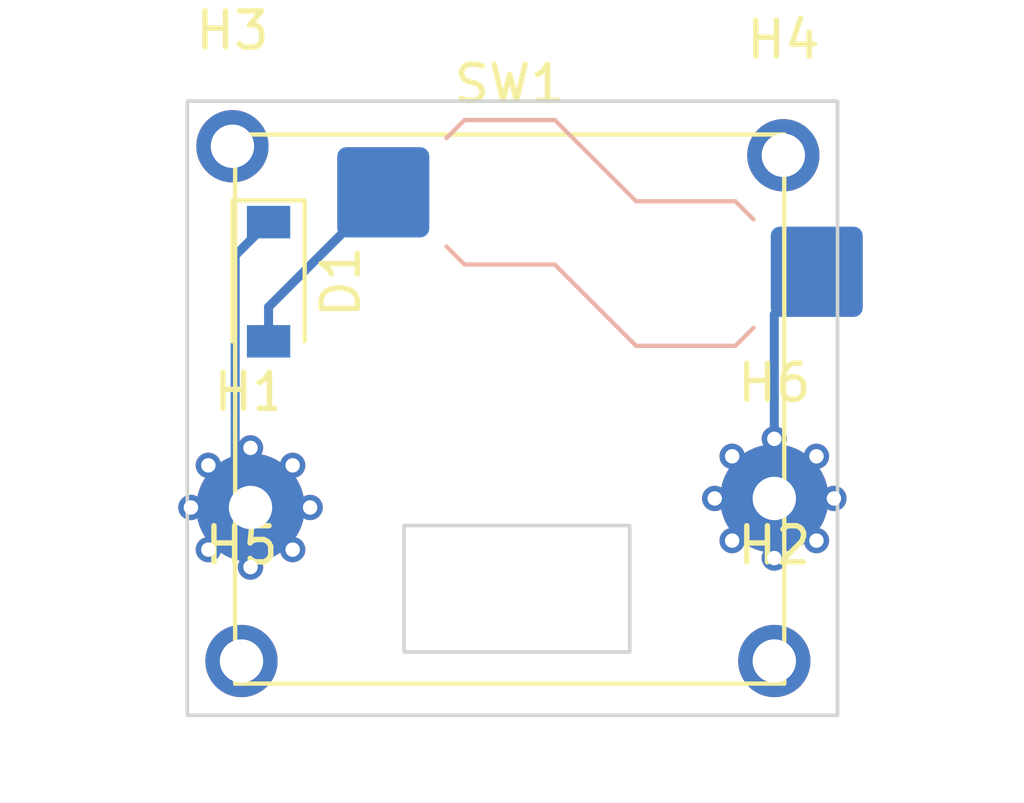
<source format=kicad_pcb>
(kicad_pcb (version 20211014) (generator pcbnew)
  (layers (0 "F.Cu" signal) (31 "B.Cu" signal) (34 "B.Paste" user) (35 "F.Paste" user) (36 "B.SilkS" user "B.Silkscreen") (37 "F.SilkS" user "F.Silkscreen") (38 "B.Mask" user) (39 "F.Mask" user) (44 "Edge.Cuts" user))
  (net 0 "")
  (net 1 "Net-(D1-Pad2)")
  (net 2 "Net-(SW1-Pad1)")
  (net 3 "Net-(SW1-Pad2)")
  (footprint "MountingHole:MountingHole_2mm" (layer "F.Cu") (at 137.75 98.25)
    (fp_text reference "H5" (at 0 -3.2) (layer "F.SilkS"))
    (fp_text value "MountingHole")
    (pad "" thru_hole circle (at 0 0) (size 2 2) (drill 1.2) (layers *.Cu *.Mask))
  )
  (footprint "Diode_SMD:D_SOD-123" (layer "F.Cu") (at 138.5 87.75 -90)
    (fp_text reference "D1" (at 0 -2 90) (layer "F.SilkS"))
    (fp_text value "DIODE")
    (fp_line (start -2.25 1) (end 1.65 1) (layer "F.SilkS") (width 0.12))
    (fp_line (start -2.25 -1) (end 1.65 -1) (layer "F.SilkS") (width 0.12))
    (fp_line (start -2.25 -1) (end -2.25 1) (layer "F.SilkS") (width 0.12))
    (pad "1" smd rect (at 1.65 0 270) (size 0.9 1.2) (layers "B.Cu" "B.Paste" "B.Mask") (net 2 "Net-(SW1-Pad1)"))
    (pad "2" smd rect (at -1.65 0 270) (size 0.9 1.2) (layers "B.Cu" "B.Paste" "B.Mask") (net 1 "Net-(D1-Pad2)"))
  )
  (footprint "MountingHole:MountingHole_2.2mm_M2_Pad_Via" (layer "F.Cu") (at 138 94)
    (fp_text reference "H1" (at 0 -3.2) (layer "F.SilkS"))
    (fp_text value "MountingHole_Pad")
    (pad "1" thru_hole circle (at -1.166726 -1.166726) (size 0.7 0.7) (drill 0.4) (layers *.Cu *.Mask) (net 1 "Net-(D1-Pad2)"))
    (pad "1" thru_hole circle (at 0 -1.65) (size 0.7 0.7) (drill 0.4) (layers *.Cu *.Mask) (net 1 "Net-(D1-Pad2)"))
    (pad "1" thru_hole circle (at 0 1.65) (size 0.7 0.7) (drill 0.4) (layers *.Cu *.Mask) (net 1 "Net-(D1-Pad2)"))
    (pad "1" thru_hole circle (at 1.166726 -1.166726) (size 0.7 0.7) (drill 0.4) (layers *.Cu *.Mask) (net 1 "Net-(D1-Pad2)"))
    (pad "1" thru_hole circle (at -1.65 0) (size 0.7 0.7) (drill 0.4) (layers *.Cu *.Mask) (net 1 "Net-(D1-Pad2)"))
    (pad "1" thru_hole circle (at 0 0) (size 3 3) (drill 1.2) (layers *.Cu *.Mask) (net 1 "Net-(D1-Pad2)"))
    (pad "1" thru_hole circle (at -1.166726 1.166726) (size 0.7 0.7) (drill 0.4) (layers *.Cu *.Mask) (net 1 "Net-(D1-Pad2)"))
    (pad "1" thru_hole circle (at 1.166726 1.166726) (size 0.7 0.7) (drill 0.4) (layers *.Cu *.Mask) (net 1 "Net-(D1-Pad2)"))
    (pad "1" thru_hole circle (at 1.65 0) (size 0.7 0.7) (drill 0.4) (layers *.Cu *.Mask) (net 1 "Net-(D1-Pad2)"))
  )
  (footprint "MountingHole:MountingHole_2mm" (layer "F.Cu") (at 152.75 84.25)
    (fp_text reference "H4" (at 0 -3.2) (layer "F.SilkS"))
    (fp_text value "MountingHole")
    (pad "" thru_hole circle (at 0 0) (size 2 2) (drill 1.2) (layers *.Cu *.Mask))
  )
  (footprint "Switch_Keyboard_Hotswap_Kailh:SW_Hotswap_Kailh_Choc_V1_1.00u" (layer "F.Cu") (at 145.175 91.275)
    (fp_text reference "SW1" (at 0 -9) (layer "F.SilkS"))
    (fp_text value "SW_DIP_x01")
    (fp_line (start 6.25 -1.75) (end 3.5 -1.75) (layer "B.SilkS") (width 0.12))
    (fp_line (start 3.5 -5.75) (end 6.25 -5.75) (layer "B.SilkS") (width 0.12))
    (fp_line (start 6.25 -5.75) (end 6.75 -5.25) (layer "B.SilkS") (width 0.12))
    (fp_line (start -1.25 -8) (end 1.25 -8) (layer "B.SilkS") (width 0.12))
    (fp_line (start 3.5 -1.75) (end 1.25 -4) (layer "B.SilkS") (width 0.12))
    (fp_line (start 1.25 -4) (end -1.25 -4) (layer "B.SilkS") (width 0.12))
    (fp_line (start 1.25 -8) (end 3.5 -5.75) (layer "B.SilkS") (width 0.12))
    (fp_line (start -1.25 -4) (end -1.75 -4.5) (layer "B.SilkS") (width 0.12))
    (fp_line (start -1.75 -7.5) (end -1.25 -8) (layer "B.SilkS") (width 0.12))
    (fp_line (start 6.75 -2.25) (end 6.25 -1.75) (layer "B.SilkS") (width 0.12))
    (fp_line (start -7.6 7.6) (end 7.6 7.6) (layer "F.SilkS") (width 0.12))
    (fp_line (start 7.6 7.6) (end 7.6 -7.6) (layer "F.SilkS") (width 0.12))
    (fp_line (start -7.6 -7.6) (end -7.6 7.6) (layer "F.SilkS") (width 0.12))
    (fp_line (start 7.6 -7.6) (end -7.6 -7.6) (layer "F.SilkS") (width 0.12))
    (pad "" np_thru_hole circle locked (at -5.5 0) (size 1.9 1.9) (drill 1.9) (layers *.Cu *.Mask))
    (pad "" np_thru_hole circle locked (at 5 -3.8) (size 3.05 3.05) (drill 3.05) (layers *.Cu *.Mask))
    (pad "" np_thru_hole circle locked (at -5 5.15) (size 1.6 1.6) (drill 1.6) (layers *.Cu *.Mask))
    (pad "" np_thru_hole circle locked (at 5.5 0) (size 1.9 1.9) (drill 1.9) (layers *.Cu *.Mask))
    (pad "" np_thru_hole circle locked (at 0 0) (size 5.05 5.05) (drill 5.05) (layers *.Cu *.Mask))
    (pad "" np_thru_hole circle locked (at 0 -5.9) (size 3.05 3.05) (drill 3.05) (layers *.Cu *.Mask))
    (pad "1" smd roundrect locked (at -3.5 -6) (size 2.55 2.5) (layers "B.Cu" "B.Paste" "B.Mask") (roundrect_rratio 0.1) (net 2 "Net-(SW1-Pad1)"))
    (pad "2" smd roundrect locked (at 8.5 -3.8) (size 2.55 2.5) (layers "B.Cu" "B.Paste" "B.Mask") (roundrect_rratio 0.1) (net 3 "Net-(SW1-Pad2)"))
  )
  (footprint "MountingHole:MountingHole_2mm" (layer "F.Cu") (at 152.5 98.25)
    (fp_text reference "H2" (at 0 -3.2) (layer "F.SilkS"))
    (fp_text value "MountingHole")
    (pad "" thru_hole circle (at 0 0) (size 2 2) (drill 1.2) (layers *.Cu *.Mask))
  )
  (footprint "MountingHole:MountingHole_2.2mm_M2_Pad_Via" (layer "F.Cu") (at 152.5 93.75)
    (fp_text reference "H6" (at 0 -3.2) (layer "F.SilkS"))
    (fp_text value "MountingHole_Pad")
    (pad "1" thru_hole circle (at 1.166726 -1.166726) (size 0.7 0.7) (drill 0.4) (layers *.Cu *.Mask) (net 3 "Net-(SW1-Pad2)"))
    (pad "1" thru_hole circle (at -1.65 0) (size 0.7 0.7) (drill 0.4) (layers *.Cu *.Mask) (net 3 "Net-(SW1-Pad2)"))
    (pad "1" thru_hole circle (at 0 0) (size 3 3) (drill 1.2) (layers *.Cu *.Mask) (net 3 "Net-(SW1-Pad2)"))
    (pad "1" thru_hole circle (at -1.166726 1.166726) (size 0.7 0.7) (drill 0.4) (layers *.Cu *.Mask) (net 3 "Net-(SW1-Pad2)"))
    (pad "1" thru_hole circle (at 0 -1.65) (size 0.7 0.7) (drill 0.4) (layers *.Cu *.Mask) (net 3 "Net-(SW1-Pad2)"))
    (pad "1" thru_hole circle (at -1.166726 -1.166726) (size 0.7 0.7) (drill 0.4) (layers *.Cu *.Mask) (net 3 "Net-(SW1-Pad2)"))
    (pad "1" thru_hole circle (at 1.166726 1.166726) (size 0.7 0.7) (drill 0.4) (layers *.Cu *.Mask) (net 3 "Net-(SW1-Pad2)"))
    (pad "1" thru_hole circle (at 0 1.65) (size 0.7 0.7) (drill 0.4) (layers *.Cu *.Mask) (net 3 "Net-(SW1-Pad2)"))
    (pad "1" thru_hole circle (at 1.65 0) (size 0.7 0.7) (drill 0.4) (layers *.Cu *.Mask) (net 3 "Net-(SW1-Pad2)"))
  )
  (footprint "MountingHole:MountingHole_2mm" (layer "F.Cu") (at 137.5 84)
    (fp_text reference "H3" (at 0 -3.2) (layer "F.SilkS"))
    (fp_text value "MountingHole")
    (pad "" thru_hole circle (at 0 0) (size 2 2) (drill 1.2) (layers *.Cu *.Mask))
  )
  (gr_rect (start 154.25 99.75) (end 136.25 82.75) (layer "Edge.Cuts") (width 0.1) (fill none))
  (gr_rect (start 142.25 94.5) (end 148.5 98) (layer "Edge.Cuts") (width 0.1) (fill none))
  (segment (start 137.575489 87.024511) (end 137.575489 93.575489) (width 0.25) (layer "B.Cu") (net 1))
  (segment (start 138.5 86.1) (end 137.575489 87.024511) (width 0.25) (layer "B.Cu") (net 1))
  (segment (start 137.575489 93.575489) (end 138 94) (width 0.25) (layer "B.Cu") (net 1))
  (segment (start 138.5 88.45) (end 138.5 89.4) (width 0.25) (layer "B.Cu") (net 2))
  (segment (start 141.675 85.275) (end 138.5 88.45) (width 0.25) (layer "B.Cu") (net 2))
  (segment (start 153.675 87.475) (end 152.5 88.65) (width 0.25) (layer "B.Cu") (net 3))
  (segment (start 152.5 88.65) (end 152.5 93.75) (width 0.25) (layer "B.Cu") (net 3))
)
</source>
